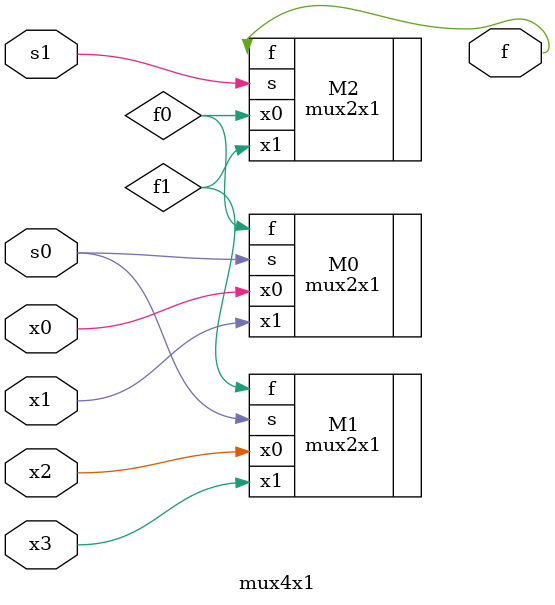
<source format=v>
`timescale 1ns / 1ps


module mux4x1(
    input x0, x1, x2, x3,
    input s0, s1,
    output f
    );
    
    wire f0, f1;
    
    mux2x1 M0 (
        .x0(x0), 
        .x1(x1), 
        .s(s0), 
        .f(f0)
    );
    
    mux2x1 M1 (
        .x0(x2),
        .x1(x3),
        .s(s0),
        .f(f1)
    );
    
    mux2x1 M2 (
        .x0(f0),
        .x1(f1),
        .s(s1),
        .f(f)
    );
    
endmodule

</source>
